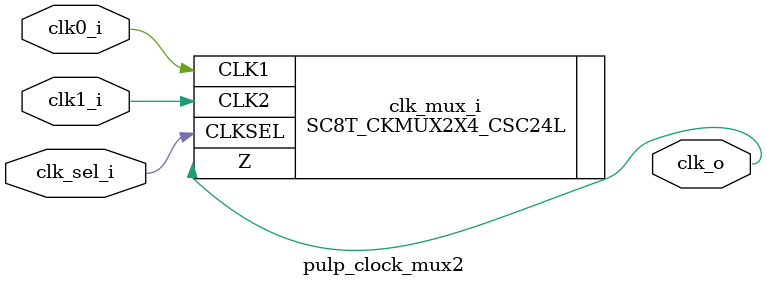
<source format=sv>
/* Copyright (C) 2017 ETH Zurich, University of Bologna
 * All rights reserved.
 *
 * This code is under development and not yet released to the public.
 * Until it is released, the code is under the copyright of ETH Zurich and
 * the University of Bologna, and may contain confidential and/or unpublished
 * work. Any reuse/redistribution is strictly forbidden without written
 * permission from ETH Zurich.
 *
 * Bug fixes and contributions will eventually be released under the
 * SolderPad open hardware license in the context of the PULP platform
 * (http://www.pulp-platform.org), under the copyright of ETH Zurich and the
 * University of Bologna.
 */


`ifndef GF_TRACK
  `define GF_TRACK  8
`endif

`ifndef GF_VT
  `define GF_VT     L
`endif

`ifndef GF_LEN
  `define GF_LEN   24
`endif

//andy hack: support different standard cell libraries by setting `GF_TRACK,
//`GF_VT and `GF_LEN
// SC8T_CKGPRELATNX1_CSC24L
`define GF_PREICG(t,v,c)  SC``t``T_CKMUX2X4_CSC``c``v

module pulp_clock_mux2
(
   input  logic clk0_i,
   input  logic clk1_i,
   input  logic clk_sel_i,
   output logic clk_o
);

  `GF_PREICG(`GF_TRACK, `GF_VT, `GF_LEN) clk_mux_i
   (
      .CLK1(clk0_i),
      .CLK2(clk1_i),
      .CLKSEL(clk_sel_i),
      .Z(clk_o)
   );

endmodule



</source>
